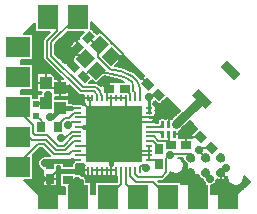
<source format=gtl>
G04 DipTrace 2.4.0.2*
%IN1dBBLE.gtl*%
%MOIN*%
%ADD13C,0.008*%
%ADD14C,0.029*%
%ADD15C,0.015*%
%ADD16C,0.006*%
%ADD17C,0.007*%
%ADD18C,0.01*%
%ADD20R,0.0354X0.0276*%
%ADD21R,0.0394X0.0433*%
%ADD22R,0.0276X0.0354*%
%ADD23R,0.0354X0.0295*%
%ADD24R,0.08X0.0669*%
%ADD25R,0.0669X0.08*%
%ADD26R,0.0295X0.0354*%
%ADD27R,0.0197X0.0236*%
%ADD30O,0.0256X0.0079*%
%ADD31O,0.0079X0.0256*%
%ADD32R,0.185X0.185*%
%ADD33C,0.028*%
%ADD35C,0.028*%
%FSLAX44Y44*%
G04*
G70*
G90*
G75*
G01*
%LNTop*%
%LPD*%
X9146Y6353D2*
D13*
X9213D1*
D14*
X10063Y7203D1*
Y7207D1*
X4862Y7742D2*
D13*
X5040Y7564D1*
X5348D1*
X5438Y9106D2*
X5472D1*
X5613Y9247D1*
Y8918D1*
X5848Y8682D1*
X6168D1*
Y8541D1*
X6028Y4846D2*
Y4842D1*
X5971D1*
Y4772D1*
X5186D1*
X5007Y4592D1*
Y4529D1*
X4702Y8175D2*
Y8531D1*
X4593Y8640D1*
Y8669D1*
Y8506D1*
X5592Y7507D1*
Y7530D1*
X5348Y7564D2*
X5558D1*
X5592Y7530D1*
X5564Y7564D2*
X6074Y7054D1*
X6050D1*
X5908Y7195D1*
X5902D1*
X8315Y6585D2*
X7833D1*
X7591Y6827D1*
X7288D1*
X7282Y6821D1*
X7518D1*
X7578D1*
X7911D1*
Y6427D1*
X8315D1*
X7282Y6821D2*
X6965D1*
X6333D1*
X5959Y7195D1*
X5902D1*
X7578Y6821D2*
X7090Y6333D1*
Y5886D1*
X7105Y5872D1*
Y6019D1*
X7871Y6785D1*
X8950Y6353D2*
Y6571D1*
X8548D1*
Y6556D1*
X8343D1*
X8315Y6585D1*
Y6427D2*
X8404D1*
X8548Y6571D1*
X8257Y7702D2*
X7918Y8042D1*
X7335Y8624D1*
X7031D1*
X5911Y8896D2*
X5648D1*
X5438Y9106D1*
X10854Y4909D2*
Y4908D1*
X10684Y4738D1*
X9146Y6019D2*
X9449D1*
X9478Y5989D1*
X7045Y7224D2*
Y6901D1*
X6965Y6821D1*
X6888Y7224D2*
X7518D1*
X7045D2*
X7203D1*
X7360D1*
X7518D1*
Y6821D1*
X4937Y3937D2*
Y4460D1*
X5007Y4529D1*
X6415Y4842D2*
X6573D1*
X6730D1*
X6888D1*
X7045D1*
X7203D1*
X5933Y5325D2*
X6323D1*
X6358Y5360D1*
X6725D1*
X6731Y5367D1*
X7104D1*
X7457D1*
X7464Y5373D1*
X7830D1*
X7939Y5482D1*
X8315D1*
Y5640D2*
Y5482D1*
Y5325D1*
Y5167D1*
X5933Y6585D2*
X6839D1*
X7090Y6333D1*
X7045Y4842D2*
Y5308D1*
X7104Y5367D1*
X9537Y5680D2*
Y5931D1*
X9478Y5989D1*
X10018Y5941D2*
X9526D1*
X8645Y5023D2*
X8621D1*
X8489Y5154D1*
X8328D1*
X8315Y5167D1*
Y5325D2*
X7879D1*
X7830Y5373D1*
X10937Y3937D2*
X10837D1*
Y4585D1*
X10684Y4738D1*
X5933Y5640D2*
X6725D1*
X7871Y6785D1*
X8315Y6585D2*
X7985D1*
X7909Y6509D1*
X7992Y6427D1*
X8315D1*
X6888Y7224D2*
Y7466D1*
X6972Y7550D1*
X6333Y6821D2*
Y7149D1*
X6258Y7224D1*
X6415D2*
X5931D1*
X5902Y7195D1*
X5775Y8304D2*
Y8311D1*
X5659Y8427D1*
X5285Y8768D2*
Y8953D1*
X5438Y9106D1*
X7414Y8550D2*
Y8545D1*
X8257Y7702D1*
X4575Y9240D2*
Y8687D1*
X4593Y8669D1*
X4545Y4868D2*
Y5287D1*
X4711Y5454D1*
X7677Y8270D2*
X7905Y8042D1*
X7918D1*
X5933Y6270D2*
X6136D1*
D15*
X6888D1*
X7124Y6033D1*
X7045Y4842D2*
D13*
Y5045D1*
D15*
Y5955D1*
X7124Y6033D1*
X8993Y5339D2*
D13*
Y5285D1*
X9089Y5381D1*
X9684D1*
Y5238D1*
X10184Y4738D2*
Y4695D1*
X10332Y4547D1*
X7833Y4842D2*
Y4711D1*
X7942Y4603D1*
X8717D1*
X8883Y4768D1*
Y5229D1*
X8993Y5339D1*
X7990Y4842D2*
Y4943D1*
X8055Y5008D1*
X8102D1*
X8199Y4911D1*
X9963Y5506D2*
Y5460D1*
X10184Y5238D1*
X10380Y5579D2*
X10035D1*
X9963Y5506D1*
X8315Y6112D2*
D16*
X8670D1*
X8758Y6045D1*
X8753Y6019D1*
X5933Y5167D2*
D13*
X5745D1*
D15*
Y5127D1*
X5093D1*
X5007Y5041D1*
X5348Y6895D2*
Y6811D1*
X5269D1*
X5072Y6613D1*
X4986D1*
X4830Y5054D2*
X4994D1*
X5007Y5041D1*
X5612Y5058D2*
Y5132D1*
X5097D1*
X5612Y5135D2*
X4911D1*
X4830Y5054D1*
X5348Y6895D2*
Y6891D1*
X5698D1*
D13*
X5732Y6925D1*
Y6900D1*
X5933D1*
X8753Y6353D2*
D16*
X8669Y6270D1*
X8315D1*
X5937Y9937D2*
D13*
X5896D1*
X5044Y9085D1*
Y8647D1*
X6086Y7606D1*
X6506D1*
G02X6667Y7470I-325J-545D01*
G01*
G02X6730Y7239I-570J-280D01*
G01*
Y7224D1*
X7675D2*
Y7378D1*
X7551Y7502D1*
X7532D1*
X7484Y7550D1*
X6557Y8151D2*
X6346D1*
X6137Y7942D1*
X6557Y8151D2*
X6746D1*
X6814Y8083D1*
G03X7348Y7966I1386J5058D01*
G01*
G02X7722Y7779I-174J-814D01*
G01*
G02X7773Y7665I-64J-97D01*
G01*
Y7482D1*
X7833Y7422D1*
Y7224D1*
X7990D2*
Y7590D1*
G02X7914Y7785I177J182D01*
G01*
G03X7766Y7944I-909J-698D01*
G01*
G03X6989Y8194I-876J-1387D01*
G01*
D17*
X6589Y8594D1*
D13*
Y8832D1*
X6706Y8949D1*
X6641Y9014D1*
X6517D1*
X6273Y9258D1*
X5250Y6273D2*
Y6329D1*
X5488Y6567D1*
X5625D1*
X5800Y6742D1*
X5933D1*
X4699Y6273D2*
X4726D1*
Y6463D1*
X4546Y6642D1*
X4520D1*
Y7036D2*
D18*
Y7067D1*
X4862D1*
Y7073D1*
X8619Y7341D2*
X8313D1*
X8298Y7325D1*
Y6882D1*
X8315Y6900D1*
Y6742D1*
X4862Y7073D2*
Y7259D1*
X4929Y7326D1*
X8316Y7262D2*
Y7341D1*
X8317D1*
X8950Y6019D2*
D16*
Y5814D1*
X8908D1*
X8970D1*
X9025Y5759D1*
Y5680D1*
X8315Y5955D2*
X8469D1*
X8609Y5814D1*
X8908D1*
X8645Y5535D2*
Y5592D1*
X8440Y5797D1*
X8315D1*
X4937Y9937D2*
D13*
X5232D1*
Y9478D1*
X4904Y9150D1*
Y8583D1*
X6033Y7454D1*
X6472D1*
G02X6569Y7216I-109J-183D01*
G01*
X6573Y7224D1*
X5933Y6427D2*
X5703D1*
X5600Y6324D1*
X5933Y6112D2*
X5718D1*
X5497Y5891D1*
X5357D1*
X5933Y5955D2*
X5761D1*
X5452Y5646D1*
X5261D1*
X4916Y5991D1*
X4508D1*
X4448Y6052D1*
Y6338D1*
X3875Y6912D1*
X3962D1*
X3937Y6937D1*
X5933Y5797D2*
X5802D1*
X5507Y5502D1*
X5204D1*
X4855Y5850D1*
X4397D1*
X4310Y5937D1*
X3937D1*
X5933Y5482D2*
X5742D1*
X5621Y5361D1*
X5145D1*
X4798Y5708D1*
X4602D1*
X3831Y4937D1*
X3937D1*
X7360Y4842D2*
Y4360D1*
X6937Y3937D1*
X7518Y4842D2*
Y4356D1*
X7937Y3937D1*
X7675Y4842D2*
Y4631D1*
X7862Y4444D1*
X8430D1*
X8937Y3937D1*
X5937D2*
D15*
Y4182D1*
X5612Y4507D1*
X5910Y4480D2*
X6041D1*
Y3937D1*
X5937D1*
X9830Y4508D2*
Y4593D1*
X9684Y4738D1*
X9937Y3937D2*
Y4486D1*
X9684Y4738D1*
D35*
X4575Y9240D3*
X5600Y6324D3*
X9478Y5989D3*
X8951Y6660D3*
X5357Y5891D3*
X7414Y8550D3*
X4929Y7326D3*
X8316Y7262D3*
X4986Y6613D3*
X4830Y5054D3*
X5592Y7530D3*
X6828Y7739D3*
X4702Y8175D3*
X4593Y8669D3*
X5438Y9106D3*
X5285Y8768D3*
X5738Y9304D3*
X4545Y4868D3*
X10854Y4909D3*
X5910Y4480D3*
X9830Y4508D3*
X8199Y4911D3*
X9963Y5506D3*
X6028Y4846D3*
X4736Y4549D3*
X5659Y8427D3*
X5902Y7195D3*
X8993Y5339D3*
X10332Y4547D3*
X4711Y5454D3*
X7677Y8270D3*
X8747Y6937D3*
X4446Y9671D2*
D16*
X4504D1*
X6370D2*
X6446D1*
X4387Y9612D2*
X4504D1*
X6370D2*
X6505D1*
X4328Y9554D2*
X4504D1*
X6370D2*
X6563D1*
X4269Y9495D2*
X4504D1*
X6423D2*
X6622D1*
X4211Y9436D2*
X4996D1*
X5588D2*
X6120D1*
X6482D2*
X6680D1*
X4152Y9378D2*
X4938D1*
X5530D2*
X6062D1*
X4435Y9319D2*
X4879D1*
X5471D2*
X6003D1*
X4435Y9260D2*
X4821D1*
X5412D2*
X5957D1*
X4435Y9202D2*
X4776D1*
X5354D2*
X5893D1*
X4435Y9143D2*
X4766D1*
X5295D2*
X5827D1*
X4435Y9084D2*
X4766D1*
X5237D2*
X5769D1*
X4435Y9026D2*
X4766D1*
X5183D2*
X5710D1*
X4435Y8967D2*
X4766D1*
X5183D2*
X5651D1*
X4435Y8908D2*
X4766D1*
X5183D2*
X5600D1*
X4435Y8849D2*
X4766D1*
X5183D2*
X5592D1*
X4435Y8791D2*
X4766D1*
X5183D2*
X5629D1*
X4435Y8732D2*
X4766D1*
X5183D2*
X5688D1*
X4435Y8673D2*
X4766D1*
X5212D2*
X5747D1*
X4435Y8615D2*
X4766D1*
X5270D2*
X5712D1*
X7446D2*
X7498D1*
X4435Y8556D2*
X4768D1*
X5329D2*
X5640D1*
X7405D2*
X7557D1*
X4036Y8497D2*
X4796D1*
X5387D2*
X5581D1*
X7346D2*
X7616D1*
X4036Y8439D2*
X4855D1*
X5446D2*
X5522D1*
X7288D2*
X7674D1*
X4036Y8380D2*
X4914D1*
X7229D2*
X7733D1*
X4435Y8321D2*
X4973D1*
X7170D2*
X7791D1*
X4435Y8263D2*
X5031D1*
X7374D2*
X7850D1*
X4435Y8204D2*
X5090D1*
X7548D2*
X7908D1*
X4435Y8145D2*
X5148D1*
X7682D2*
X7966D1*
X4435Y8087D2*
X5207D1*
X7788D2*
X8025D1*
X4435Y8028D2*
X4567D1*
X5157D2*
X5266D1*
X7875D2*
X8083D1*
X4435Y7969D2*
X4567D1*
X5157D2*
X5324D1*
X7936D2*
X8137D1*
X4435Y7910D2*
X4567D1*
X5157D2*
X5383D1*
X6759D2*
X6967D1*
X7987D2*
X8078D1*
X4435Y7852D2*
X4567D1*
X6701D2*
X7231D1*
X4435Y7793D2*
X4567D1*
X6375D2*
X6445D1*
X6642D2*
X7446D1*
X4435Y7734D2*
X4567D1*
X6545D2*
X6697D1*
X4435Y7676D2*
X4567D1*
X6642D2*
X6697D1*
X4435Y7617D2*
X4567D1*
X5643D2*
X5677D1*
X4435Y7558D2*
X4567D1*
X5643D2*
X5735D1*
X4037Y7500D2*
X4567D1*
X5643D2*
X5794D1*
X4037Y7441D2*
X4567D1*
X5643D2*
X5853D1*
X4037Y7382D2*
X4698D1*
X5643D2*
X5911D1*
X4435Y7324D2*
X4567D1*
X5643D2*
X6002D1*
X4435Y7265D2*
X4567D1*
X5643D2*
X6120D1*
X5157Y7206D2*
X6120D1*
X8872D2*
X8903D1*
X5643Y7148D2*
X6120D1*
X8813D2*
X8961D1*
X5643Y7089D2*
X6129D1*
X8477D2*
X8539D1*
X8754D2*
X9019D1*
X6044Y7030D2*
X6101D1*
X8446D2*
X8612D1*
X8681D2*
X9078D1*
X8520Y6971D2*
X9136D1*
X8541Y6913D2*
X9194D1*
X8533Y6854D2*
X9253D1*
X8530Y6795D2*
X9311D1*
X8542Y6737D2*
X9254D1*
X8525Y6678D2*
X9196D1*
X8537Y6619D2*
X9137D1*
X8539Y6561D2*
X9079D1*
X8518Y6502D2*
X8615D1*
X8541Y6443D2*
X8606D1*
X9586Y6385D2*
X9718D1*
X9527Y6326D2*
X9777D1*
X9468Y6267D2*
X9836D1*
X9410Y6209D2*
X9895D1*
X9341Y6150D2*
X9840D1*
X9293Y6091D2*
X9781D1*
X9293Y6032D2*
X9722D1*
X9293Y5974D2*
X9697D1*
X9293Y5915D2*
X9714D1*
X4650Y5563D2*
X4751D1*
X4592Y5504D2*
X4809D1*
X4533Y5446D2*
X4868D1*
X4475Y5387D2*
X4927D1*
X4435Y5328D2*
X4985D1*
X4435Y5270D2*
X4738D1*
X4435Y5211D2*
X4653D1*
X4435Y5152D2*
X4614D1*
X4435Y5093D2*
X4595D1*
X4435Y5035D2*
X4592D1*
X5890D2*
X6101D1*
X4435Y4976D2*
X4605D1*
X5888D2*
X6129D1*
X4435Y4917D2*
X4636D1*
X5243D2*
X5336D1*
X5888D2*
X6120D1*
X4435Y4859D2*
X4697D1*
X5243D2*
X5336D1*
X5888D2*
X6120D1*
X4435Y4800D2*
X4770D1*
X5243D2*
X6120D1*
X4435Y4741D2*
X4770D1*
X5243D2*
X5336D1*
X5888D2*
X6121D1*
X4435Y4683D2*
X4770D1*
X5243D2*
X5336D1*
X6028D2*
X6141D1*
X4435Y4624D2*
X4770D1*
X5243D2*
X5336D1*
X6131D2*
X6231D1*
X6285D2*
X6388D1*
X6443D2*
X6546D1*
X6600D2*
X6703D1*
X6758D2*
X6861D1*
X6915D2*
X7017D1*
X7073D2*
X7175D1*
X4435Y4565D2*
X4770D1*
X5243D2*
X5336D1*
X6190D2*
X7222D1*
X10867D2*
X10901D1*
X11468D2*
X11534D1*
X4142Y4507D2*
X4770D1*
X5243D2*
X5336D1*
X6212D2*
X7222D1*
X10777D2*
X10912D1*
X11457D2*
X11592D1*
X4200Y4448D2*
X4770D1*
X5243D2*
X5336D1*
X6214D2*
X7222D1*
X10549D2*
X10937D1*
X11432D2*
X11651D1*
X4258Y4389D2*
X4770D1*
X5243D2*
X5336D1*
X6370D2*
X6504D1*
X10508D2*
X10982D1*
X11386D2*
X11592D1*
X4316Y4331D2*
X4770D1*
X5243D2*
X5336D1*
X6370D2*
X6504D1*
X10422D2*
X11071D1*
X11298D2*
X11534D1*
X4375Y4272D2*
X4770D1*
X5243D2*
X5336D1*
X6370D2*
X6504D1*
X10370D2*
X11477D1*
X4433Y4213D2*
X5504D1*
X6370D2*
X6504D1*
X10370D2*
X11419D1*
X4492Y4154D2*
X5504D1*
X6370D2*
X6504D1*
X10370D2*
X11361D1*
X4550Y4096D2*
X5504D1*
X6370D2*
X6504D1*
X10370D2*
X11303D1*
X4608Y4037D2*
X5504D1*
X6370D2*
X6504D1*
X10370D2*
X11245D1*
X8930Y6554D2*
X8999D1*
X9034Y6547D1*
X9050Y6541D1*
X9073Y6551D1*
X9215Y6691D1*
X9319Y6795D1*
X8887Y7227D1*
X8712Y7052D1*
X8688Y7035D1*
X8659Y7026D1*
X8629Y7027D1*
X8601Y7037D1*
X8581Y7052D1*
X8507Y7127D1*
X8482Y7099D1*
X8460Y7079D1*
X8441Y7066D1*
X8440Y7026D1*
X8470Y7014D1*
X8494Y6996D1*
X8513Y6973D1*
X8527Y6946D1*
X8534Y6917D1*
X8535Y6900D1*
X8532Y6870D1*
X8522Y6842D1*
X8509Y6822D1*
X8527Y6789D1*
X8534Y6760D1*
X8535Y6742D1*
X8532Y6712D1*
X8522Y6684D1*
X8510Y6663D1*
X8525Y6637D1*
X8533Y6608D1*
X8535Y6579D1*
X8531Y6549D1*
X8519Y6521D1*
X8510Y6505D1*
X8525Y6480D1*
X8533Y6451D1*
X8535Y6421D1*
X8531Y6392D1*
X8610D1*
X8611Y6462D1*
X8616Y6491D1*
X8630Y6517D1*
X8652Y6538D1*
X8679Y6551D1*
X8703Y6554D1*
X8802D1*
X8837Y6547D1*
X8852Y6541D1*
X8880Y6552D1*
X8930Y6554D1*
X9288Y6121D2*
Y5910D1*
X9724D1*
X9713Y5927D1*
X9705Y5949D1*
X9703Y5973D1*
X9707Y5997D1*
X9717Y6018D1*
X9734Y6038D1*
X9902Y6207D1*
X9652Y6457D1*
X9381Y6185D1*
X9358Y6166D1*
X9333Y6149D1*
X9288Y6129D1*
Y6121D1*
X6006Y9316D2*
X6134Y9444D1*
X5591Y9445D1*
X5176Y9030D1*
X5177Y8702D1*
X5485Y8394D1*
X5534Y8444D1*
X5691Y8600D1*
X5712Y8612D1*
X5735Y8619D1*
X5759D1*
X5782Y8613D1*
X5796Y8606D1*
X5808Y8618D1*
X5619Y8807D1*
X5606Y8827D1*
X5598Y8849D1*
X5596Y8873D1*
X5601Y8897D1*
X5611Y8918D1*
X5628Y8937D1*
X5883Y9192D1*
X5904Y9204D1*
X5927Y9210D1*
X5951D1*
X5961Y9208D1*
X5959Y9217D1*
X5960Y9247D1*
X5970Y9275D1*
X5985Y9295D1*
X6006Y9316D1*
X6388Y9524D2*
X6551Y9361D1*
X6589Y9399D1*
X6614Y9417D1*
X6642Y9426D1*
X6672Y9425D1*
X6700Y9415D1*
X6724Y9395D1*
Y9398D1*
X6363Y9760D1*
X6364Y9547D1*
X6388Y9524D1*
X6410Y7834D2*
X6314Y7739D1*
X6506Y7738D1*
X6536Y7735D1*
X6561Y7727D1*
X6608Y7696D1*
X6688Y7637D1*
X6703Y7621D1*
Y7780D1*
X7482D1*
X7405Y7813D1*
X7318Y7837D1*
X7186Y7861D1*
X6794Y7951D1*
X6609Y7765D1*
X6584Y7748D1*
X6556Y7739D1*
X6526Y7740D1*
X6498Y7750D1*
X6469Y7775D1*
X6410Y7834D1*
X5152Y7204D2*
X5637D1*
Y7058D1*
X5698Y7059D1*
X5746Y7057D1*
X5780Y7049D1*
X5810Y7032D1*
X5804Y7036D1*
X5822Y7032D1*
X6022Y7031D1*
X6031D1*
X6060Y7026D1*
X6088Y7014D1*
X6106Y7000D1*
X6107Y7051D1*
X6157D1*
X6142Y7072D1*
X6131Y7100D1*
X6126Y7130D1*
Y7321D1*
X6033D1*
X6003Y7325D1*
X5975Y7334D1*
X5949Y7351D1*
X5940Y7360D1*
X5637Y7663D1*
Y7591D1*
Y7255D1*
X5151D1*
X5152Y7203D1*
Y7873D2*
X5427D1*
X4810Y8489D1*
X4792Y8513D1*
X4779Y8540D1*
X4772Y8570D1*
X4771Y8583D1*
Y9150D1*
X4775Y9180D1*
X4785Y9208D1*
X4801Y9234D1*
X4810Y9244D1*
X5011Y9445D1*
X4510D1*
Y9742D1*
X4132Y9364D1*
X4429D1*
Y8510D1*
X4031D1*
X4030Y8365D1*
X4225Y8364D1*
X4429D1*
Y7510D1*
X4031D1*
Y7364D1*
X4429D1*
Y7247D1*
X4574D1*
X4573Y7382D1*
X4703D1*
X4710Y7404D1*
X4723Y7434D1*
X4648Y7433D1*
X4573D1*
Y8051D1*
X5152D1*
Y7873D1*
X8027Y7854D2*
X8145Y7972D1*
X6724Y9398D1*
X6763Y9357D1*
X7026Y9093D1*
X7044Y9069D1*
X7055Y9036D1*
X7078Y9030D1*
X7099Y9019D1*
X7131Y8988D1*
X7424Y8694D1*
X7436Y8674D1*
X7442Y8651D1*
Y8627D1*
X7436Y8604D1*
X7425Y8583D1*
X7395Y8552D1*
X7153Y8309D1*
X7210Y8299D1*
X7355Y8267D1*
X7524Y8212D1*
X7687Y8140D1*
X7831Y8059D1*
X7858Y8039D1*
X7935Y7964D1*
X8022Y7861D1*
X4806Y5311D2*
X5008D1*
X4744Y5576D1*
X4657Y5575D1*
X4429Y5347D1*
Y5124D1*
Y4510D1*
X4132D1*
X4614Y4026D1*
X5509D1*
X5510Y4267D1*
X5342D1*
Y4747D1*
X5881D1*
Y4710D1*
X5925Y4711D1*
X5954Y4708D1*
X5983Y4700D1*
X6011Y4689D1*
X6037Y4674D1*
X6074Y4643D1*
X6106Y4634D1*
X6133Y4620D1*
X6156Y4601D1*
X6176Y4578D1*
X6191Y4553D1*
X6202Y4525D1*
X6208Y4480D1*
Y4430D1*
X6364Y4429D1*
Y4025D1*
X6511Y4026D1*
X6510Y4285D1*
Y4429D1*
X7227D1*
X7228Y4624D1*
X7194Y4622D1*
X7164Y4628D1*
X7137Y4640D1*
X7124Y4648D1*
X7101Y4634D1*
X7072Y4625D1*
X7042Y4622D1*
X7013Y4626D1*
X6985Y4637D1*
X6966Y4648D1*
X6943Y4634D1*
X6915Y4625D1*
X6885Y4622D1*
X6855Y4626D1*
X6827Y4637D1*
X6809Y4648D1*
X6786Y4634D1*
X6757Y4625D1*
X6727Y4622D1*
X6698Y4626D1*
X6670Y4637D1*
X6652Y4648D1*
X6628Y4634D1*
X6600Y4625D1*
X6570Y4622D1*
X6540Y4626D1*
X6512Y4637D1*
X6494Y4648D1*
X6471Y4634D1*
X6442Y4625D1*
X6412Y4622D1*
X6383Y4626D1*
X6355Y4637D1*
X6337Y4648D1*
X6313Y4634D1*
X6285Y4625D1*
X6255Y4622D1*
X6225Y4626D1*
X6197Y4637D1*
X6172Y4654D1*
X6152Y4675D1*
X6137Y4701D1*
X6128Y4730D1*
X6126Y4760D1*
X6127Y4943D1*
X6133Y4972D1*
X6145Y5000D1*
X6157Y5016D1*
X6107D1*
Y5067D1*
X6077Y5048D1*
X6049Y5038D1*
X6022Y5035D1*
X5883D1*
X5881Y5028D1*
Y4818D1*
X5342D1*
Y4960D1*
X5236D1*
X5237Y4861D1*
X5236Y4772D1*
X5237Y4751D1*
Y4260D1*
X4776D1*
X4775Y4828D1*
X4747Y4837D1*
X4720Y4849D1*
X4694Y4865D1*
X4671Y4884D1*
X4651Y4906D1*
X4633Y4930D1*
X4619Y4957D1*
X4608Y4985D1*
X4601Y5014D1*
X4598Y5043D1*
Y5073D1*
X4603Y5103D1*
X4611Y5132D1*
X4623Y5159D1*
X4638Y5185D1*
X4657Y5209D1*
X4678Y5230D1*
X4702Y5248D1*
X4728Y5263D1*
X4756Y5274D1*
X4777Y5279D1*
X4776Y5311D1*
X4806D1*
X10364Y4293D2*
Y4025D1*
X11239Y4026D1*
X11657Y4448D1*
X11457Y4648D1*
X11463Y4604D1*
X11462Y4558D1*
X11457Y4529D1*
X11449Y4500D1*
X11438Y4472D1*
X11424Y4445D1*
X11408Y4420D1*
X11389Y4398D1*
X11367Y4377D1*
X11343Y4358D1*
X11318Y4343D1*
X11291Y4330D1*
X11262Y4320D1*
X11233Y4313D1*
X11203Y4310D1*
X11173Y4309D1*
X11143Y4312D1*
X11114Y4318D1*
X11085Y4327D1*
X11058Y4339D1*
X11032Y4354D1*
X11008Y4372D1*
X10986Y4392D1*
X10966Y4414D1*
X10948Y4439D1*
X10934Y4465D1*
X10922Y4492D1*
X10913Y4521D1*
X10908Y4551D1*
X10905Y4581D1*
X10906Y4610D1*
X10909Y4635D1*
X10893Y4606D1*
X10867Y4572D1*
X10835Y4543D1*
X10799Y4520D1*
X10760Y4503D1*
X10717Y4493D1*
X10674Y4491D1*
X10638Y4495D1*
X10596Y4507D1*
X10563Y4523D1*
X10557Y4488D1*
X10548Y4459D1*
X10534Y4432D1*
X10518Y4407D1*
X10498Y4385D1*
X10476Y4364D1*
X10451Y4347D1*
X10425Y4334D1*
X10397Y4324D1*
X10374Y4319D1*
X10369Y4304D1*
X9146Y6019D2*
X9288D1*
X5911Y9206D2*
Y8896D1*
X5601D2*
X5911D1*
X5775Y8615D2*
Y8304D1*
X9537Y5910D2*
Y5680D1*
X5348Y7873D2*
Y7255D1*
Y7564D2*
X5637D1*
X6972Y7780D2*
Y7550D1*
X5007Y4529D2*
Y4260D1*
X4776Y4529D2*
X5237D1*
X4862Y8051D2*
Y7742D1*
X4573D2*
X4862D1*
X9707Y5941D2*
X10018D1*
X10684Y4738D2*
Y4491D1*
X6258Y4842D2*
Y4622D1*
X6126Y4842D2*
X6258D1*
X6415D2*
Y4622D1*
X6573Y4842D2*
Y4622D1*
X6730Y4842D2*
Y4622D1*
X6888Y4842D2*
Y4622D1*
X7045Y4842D2*
Y4622D1*
X7203Y4842D2*
Y4622D1*
X8315Y6427D2*
X8535D1*
X8315Y6585D2*
X8535D1*
X6126Y7224D2*
X6258D1*
X7031Y8624D2*
X7442D1*
X9382Y5191D2*
X9436D1*
X9456Y5074D2*
X9494D1*
X9468Y5015D2*
X9573D1*
X9467Y4956D2*
X9573D1*
X9454Y4898D2*
X9573D1*
X9426Y4839D2*
X9573D1*
X9377Y4781D2*
X9573D1*
X9013Y4722D2*
X9094D1*
X9275D2*
X9573D1*
X8972Y4664D2*
X9943D1*
X8913Y4605D2*
X9970D1*
X8855Y4547D2*
X10022D1*
X8789Y4488D2*
X10101D1*
X8637Y4430D2*
X10126D1*
X9938Y4371D2*
X10175D1*
X9438Y5221D2*
Y5248D1*
X9415Y5249D1*
X9283D1*
X9328Y5228D1*
X9353Y5211D1*
X9375Y5192D1*
X9396Y5170D1*
X9414Y5146D1*
X9430Y5121D1*
X9443Y5094D1*
X9453Y5066D1*
X9459Y5037D1*
X9464Y4988D1*
X9462Y4958D1*
X9457Y4929D1*
X9449Y4900D1*
X9438Y4872D1*
X9424Y4846D1*
X9408Y4821D1*
X9389Y4798D1*
X9367Y4777D1*
X9343Y4759D1*
X9318Y4743D1*
X9291Y4730D1*
X9263Y4720D1*
X9234Y4714D1*
X9204Y4710D1*
X9174Y4709D1*
X9144Y4712D1*
X9115Y4718D1*
X9086Y4727D1*
X9059Y4739D1*
X9016Y4766D1*
X9014Y4751D1*
X9007Y4722D1*
X8994Y4695D1*
X8956Y4654D1*
X8811Y4509D1*
X8788Y4490D1*
X8761Y4478D1*
X8731Y4471D1*
X8591Y4470D1*
X8633Y4429D1*
X8929D1*
X9364D1*
Y4374D1*
X10182Y4370D1*
X10154Y4398D1*
X10136Y4423D1*
X10122Y4449D1*
X10111Y4477D1*
X10104Y4505D1*
X10068Y4520D1*
X10032Y4544D1*
X10000Y4573D1*
X9975Y4608D1*
X9955Y4646D1*
X9948Y4668D1*
X9579Y4669D1*
Y5015D1*
X9554Y5028D1*
X9518Y5056D1*
X9489Y5088D1*
X9466Y5124D1*
X9449Y5164D1*
X9440Y5206D1*
X9438Y5221D1*
G36*
X9729Y7318D2*
X9952Y7541D1*
X10397Y7096D1*
X10174Y6873D1*
X9729Y7318D1*
G37*
G36*
X10675Y8265D2*
X10898Y8488D1*
X11344Y8042D1*
X11121Y7820D1*
X10675Y8265D1*
G37*
G36*
X9196Y6245D2*
X9097D1*
Y6462D1*
X9196D1*
Y6245D1*
G37*
G36*
X8999D2*
X8900D1*
Y6462D1*
X8999D1*
Y6245D1*
G37*
G36*
X8802D2*
X8703D1*
Y6462D1*
X8802D1*
Y6245D1*
G37*
G36*
Y5910D2*
X8703D1*
Y6127D1*
X8802D1*
Y5910D1*
G37*
G36*
X8999D2*
X8900D1*
Y6127D1*
X8999D1*
Y5910D1*
G37*
G36*
X9196D2*
X9097D1*
Y6127D1*
X9196D1*
Y5910D1*
G37*
G36*
X6245Y9035D2*
X6051Y9230D1*
X6301Y9480D1*
X6496Y9285D1*
X6245Y9035D1*
G37*
G36*
X5884Y8673D2*
X5689Y8868D1*
X5939Y9118D1*
X6134Y8924D1*
X5884Y8673D1*
G37*
G36*
X6360Y7915D2*
X6165Y7720D1*
X5914Y7970D1*
X6109Y8165D1*
X6360Y7915D1*
G37*
G36*
X5998Y8276D2*
X5803Y8082D1*
X5552Y8332D1*
X5747Y8527D1*
X5998Y8276D1*
G37*
D20*
X9025Y5680D3*
X9537D3*
D21*
X5348Y6895D3*
Y7564D3*
D20*
X7484Y7550D3*
X6972D3*
G36*
X8396Y7368D2*
X8591Y7563D1*
X8842Y7313D1*
X8647Y7118D1*
X8396Y7368D1*
G37*
G36*
X8034Y7730D2*
X8229Y7925D1*
X8480Y7675D1*
X8285Y7480D1*
X8034Y7730D1*
G37*
D22*
X8645Y5535D3*
Y5023D3*
X5007Y5041D3*
Y4529D3*
D21*
X4862Y7073D3*
Y7742D3*
D23*
X5612Y5058D3*
Y4507D3*
D24*
X3937Y8937D3*
Y7937D3*
Y6937D3*
Y5937D3*
Y4937D3*
D25*
X4937Y9937D3*
X5937D3*
X6937Y3937D3*
X7937D3*
X8937D3*
D26*
X5250Y6273D3*
X4699D3*
D27*
X4520Y6642D3*
Y7036D3*
D25*
X4937Y3937D3*
X5937D3*
X9937D3*
X10937D3*
G36*
X10241Y5913D2*
X10046Y5718D1*
X9795Y5969D1*
X9990Y6164D1*
X10241Y5913D1*
G37*
G36*
X10602Y5551D2*
X10408Y5356D1*
X10157Y5607D1*
X10352Y5802D1*
X10602Y5551D1*
G37*
G36*
X9839Y5238D2*
X9837Y5265D1*
X9830Y5291D1*
X9819Y5316D1*
X9803Y5338D1*
X9784Y5357D1*
X9762Y5373D1*
X9737Y5384D1*
X9711Y5391D1*
X9684Y5393D1*
D1*
X9657Y5391D1*
X9631Y5384D1*
X9607Y5373D1*
X9585Y5357D1*
X9566Y5338D1*
X9550Y5316D1*
X9539Y5291D1*
X9532Y5265D1*
X9529Y5238D1*
D1*
X9532Y5211D1*
X9539Y5185D1*
X9550Y5161D1*
X9566Y5139D1*
X9585Y5120D1*
X9607Y5104D1*
X9631Y5093D1*
X9657Y5086D1*
X9684Y5083D1*
D1*
X9711Y5086D1*
X9737Y5093D1*
X9762Y5104D1*
X9784Y5120D1*
X9803Y5139D1*
X9819Y5161D1*
X9830Y5185D1*
X9837Y5211D1*
X9839Y5238D1*
G37*
G36*
X10339D2*
X10337Y5265D1*
X10330Y5291D1*
X10319Y5316D1*
X10303Y5338D1*
X10284Y5357D1*
X10262Y5373D1*
X10237Y5384D1*
X10211Y5391D1*
X10184Y5393D1*
D1*
X10157Y5391D1*
X10131Y5384D1*
X10107Y5373D1*
X10085Y5357D1*
X10066Y5338D1*
X10050Y5316D1*
X10039Y5291D1*
X10032Y5265D1*
X10029Y5238D1*
D1*
X10032Y5211D1*
X10039Y5185D1*
X10050Y5161D1*
X10066Y5139D1*
X10085Y5120D1*
X10107Y5104D1*
X10131Y5093D1*
X10157Y5086D1*
X10184Y5083D1*
D1*
X10211Y5086D1*
X10237Y5093D1*
X10262Y5104D1*
X10284Y5120D1*
X10303Y5139D1*
X10319Y5161D1*
X10330Y5185D1*
X10337Y5211D1*
X10339Y5238D1*
G37*
G36*
X10839D2*
X10837Y5265D1*
X10830Y5291D1*
X10819Y5316D1*
X10803Y5338D1*
X10784Y5357D1*
X10762Y5373D1*
X10737Y5384D1*
X10711Y5391D1*
X10684Y5393D1*
D1*
X10657Y5391D1*
X10631Y5384D1*
X10607Y5373D1*
X10585Y5357D1*
X10566Y5338D1*
X10550Y5316D1*
X10539Y5291D1*
X10532Y5265D1*
X10529Y5238D1*
D1*
X10532Y5211D1*
X10539Y5185D1*
X10550Y5161D1*
X10566Y5139D1*
X10585Y5120D1*
X10607Y5104D1*
X10631Y5093D1*
X10657Y5086D1*
X10684Y5083D1*
D1*
X10711Y5086D1*
X10737Y5093D1*
X10762Y5104D1*
X10784Y5120D1*
X10803Y5139D1*
X10819Y5161D1*
X10830Y5185D1*
X10837Y5211D1*
X10839Y5238D1*
G37*
G36*
Y4738D2*
X10837Y4765D1*
X10830Y4791D1*
X10819Y4816D1*
X10803Y4838D1*
X10784Y4857D1*
X10762Y4873D1*
X10737Y4884D1*
X10711Y4891D1*
X10684Y4893D1*
D1*
X10657Y4891D1*
X10631Y4884D1*
X10607Y4873D1*
X10585Y4857D1*
X10566Y4838D1*
X10550Y4816D1*
X10539Y4791D1*
X10532Y4765D1*
X10529Y4738D1*
D1*
X10532Y4711D1*
X10539Y4685D1*
X10550Y4661D1*
X10566Y4639D1*
X10585Y4620D1*
X10607Y4604D1*
X10631Y4593D1*
X10657Y4586D1*
X10684Y4583D1*
D1*
X10711Y4586D1*
X10737Y4593D1*
X10762Y4604D1*
X10784Y4620D1*
X10803Y4639D1*
X10819Y4661D1*
X10830Y4685D1*
X10837Y4711D1*
X10839Y4738D1*
G37*
G36*
X10339D2*
X10337Y4765D1*
X10330Y4791D1*
X10319Y4816D1*
X10303Y4838D1*
X10284Y4857D1*
X10262Y4873D1*
X10237Y4884D1*
X10211Y4891D1*
X10184Y4893D1*
D1*
X10157Y4891D1*
X10131Y4884D1*
X10107Y4873D1*
X10085Y4857D1*
X10066Y4838D1*
X10050Y4816D1*
X10039Y4791D1*
X10032Y4765D1*
X10029Y4738D1*
D1*
X10032Y4711D1*
X10039Y4685D1*
X10050Y4661D1*
X10066Y4639D1*
X10085Y4620D1*
X10107Y4604D1*
X10131Y4593D1*
X10157Y4586D1*
X10184Y4583D1*
D1*
X10211Y4586D1*
X10237Y4593D1*
X10262Y4604D1*
X10284Y4620D1*
X10303Y4639D1*
X10319Y4661D1*
X10330Y4685D1*
X10337Y4711D1*
X10339Y4738D1*
G37*
G36*
X9839D2*
X9837Y4765D1*
X9830Y4791D1*
X9819Y4816D1*
X9803Y4838D1*
X9784Y4857D1*
X9762Y4873D1*
X9737Y4884D1*
X9711Y4891D1*
X9684Y4893D1*
D1*
X9657Y4891D1*
X9631Y4884D1*
X9607Y4873D1*
X9585Y4857D1*
X9566Y4838D1*
X9550Y4816D1*
X9539Y4791D1*
X9532Y4765D1*
X9529Y4738D1*
D1*
X9532Y4711D1*
X9539Y4685D1*
X9550Y4661D1*
X9566Y4639D1*
X9585Y4620D1*
X9607Y4604D1*
X9631Y4593D1*
X9657Y4586D1*
X9684Y4583D1*
D1*
X9711Y4586D1*
X9737Y4593D1*
X9762Y4604D1*
X9784Y4620D1*
X9803Y4639D1*
X9819Y4661D1*
X9830Y4685D1*
X9837Y4711D1*
X9839Y4738D1*
G37*
D30*
X5933Y6900D3*
Y6742D3*
Y6585D3*
Y6427D3*
Y6270D3*
Y6112D3*
Y5955D3*
Y5797D3*
Y5640D3*
Y5482D3*
Y5325D3*
Y5167D3*
D31*
X6258Y4842D3*
X6415D3*
X6573D3*
X6730D3*
X6888D3*
X7045D3*
X7203D3*
X7360D3*
X7518D3*
X7675D3*
X7833D3*
X7990D3*
D30*
X8315Y5167D3*
Y5325D3*
Y5482D3*
Y5640D3*
Y5797D3*
Y5955D3*
Y6112D3*
Y6270D3*
Y6427D3*
Y6585D3*
Y6742D3*
Y6900D3*
D31*
X7990Y7224D3*
X7833D3*
X7675D3*
X7518D3*
X7360D3*
X7203D3*
X7045D3*
X6888D3*
X6730D3*
X6573D3*
X6415D3*
X6258D3*
D32*
X7124Y6033D3*
D33*
X6372Y6183D3*
X6672D3*
X6972D3*
X7272D3*
X7572D3*
X7872D3*
X6372Y5881D3*
X6672D3*
X6972D3*
X7272D3*
X7572D3*
X7872D3*
X6374Y6483D3*
X6674D3*
X6974D3*
X7274D3*
X7574D3*
X7874D3*
X6372Y5579D3*
X6672D3*
X6972D3*
X7272D3*
X7572D3*
X7872D3*
X6372Y5277D3*
X6672D3*
X6972D3*
X7272D3*
X7572D3*
X7872D3*
X6371Y6785D3*
X6671D3*
X6971D3*
X7271D3*
X7571D3*
X7871D3*
G36*
X6961Y9028D2*
X6627Y8694D1*
X6321Y9000D1*
X6655Y9334D1*
X6961Y9028D1*
G37*
G36*
X6488Y8555D2*
X6154Y8220D1*
X5847Y8527D1*
X6181Y8861D1*
X6488Y8555D1*
G37*
G36*
X6877Y8165D2*
X6543Y7831D1*
X6237Y8137D1*
X6571Y8471D1*
X6877Y8165D1*
G37*
G36*
X7351Y8638D2*
X7017Y8304D1*
X6710Y8610D1*
X7044Y8944D1*
X7351Y8638D1*
G37*
M02*

</source>
